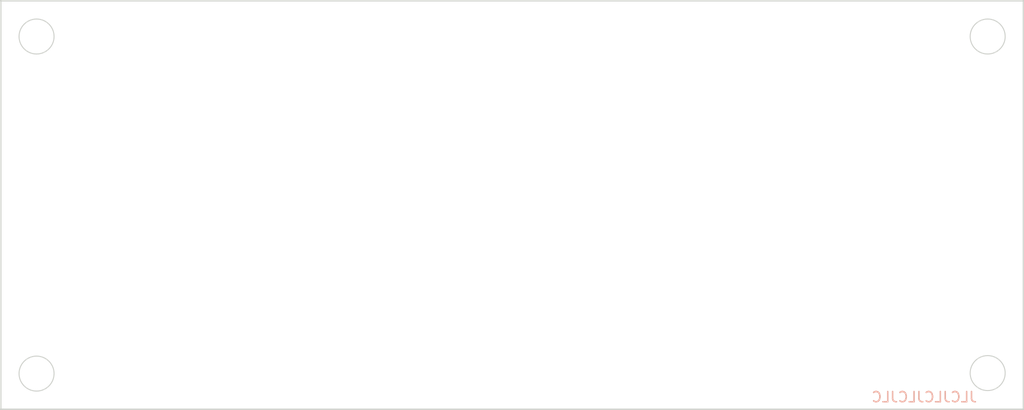
<source format=kicad_pcb>
(kicad_pcb (version 20211014) (generator pcbnew)

  (general
    (thickness 1.6)
  )

  (paper "A4")
  (layers
    (0 "F.Cu" signal)
    (31 "B.Cu" signal)
    (32 "B.Adhes" user "B.Adhesive")
    (33 "F.Adhes" user "F.Adhesive")
    (34 "B.Paste" user)
    (35 "F.Paste" user)
    (36 "B.SilkS" user "B.Silkscreen")
    (37 "F.SilkS" user "F.Silkscreen")
    (38 "B.Mask" user)
    (39 "F.Mask" user)
    (40 "Dwgs.User" user "User.Drawings")
    (41 "Cmts.User" user "User.Comments")
    (42 "Eco1.User" user "User.Eco1")
    (43 "Eco2.User" user "User.Eco2")
    (44 "Edge.Cuts" user)
    (45 "Margin" user)
    (46 "B.CrtYd" user "B.Courtyard")
    (47 "F.CrtYd" user "F.Courtyard")
    (48 "B.Fab" user)
    (49 "F.Fab" user)
    (50 "User.1" user)
    (51 "User.2" user)
    (52 "User.3" user)
    (53 "User.4" user)
    (54 "User.5" user)
    (55 "User.6" user)
    (56 "User.7" user)
    (57 "User.8" user)
    (58 "User.9" user)
  )

  (setup
    (pad_to_mask_clearance 0)
    (pcbplotparams
      (layerselection 0x00010fc_ffffffff)
      (disableapertmacros false)
      (usegerberextensions false)
      (usegerberattributes true)
      (usegerberadvancedattributes true)
      (creategerberjobfile true)
      (svguseinch false)
      (svgprecision 6)
      (excludeedgelayer true)
      (plotframeref false)
      (viasonmask false)
      (mode 1)
      (useauxorigin false)
      (hpglpennumber 1)
      (hpglpenspeed 20)
      (hpglpendiameter 15.000000)
      (dxfpolygonmode true)
      (dxfimperialunits true)
      (dxfusepcbnewfont true)
      (psnegative false)
      (psa4output false)
      (plotreference true)
      (plotvalue true)
      (plotinvisibletext false)
      (sketchpadsonfab false)
      (subtractmaskfromsilk false)
      (outputformat 1)
      (mirror false)
      (drillshape 0)
      (scaleselection 1)
      (outputdirectory "back_panel")
    )
  )

  (net 0 "")

  (gr_line (start 181.65 144.75) (end 81.65 144.75) (layer "Edge.Cuts") (width 0.15) (tstamp 4741c70c-a80d-492c-8ef1-ae8f707df09b))
  (gr_circle (center 178.15 108.25) (end 179.85 108.05) (layer "Edge.Cuts") (width 0.1) (fill none) (tstamp 5ba42875-9d00-47b4-afd8-fcd05636c058))
  (gr_circle (center 85.15 141.25) (end 86.85 141.05) (layer "Edge.Cuts") (width 0.1) (fill none) (tstamp 87c5a91a-6d6d-4436-941f-f902f73712a3))
  (gr_line (start 81.65 104.75) (end 181.65 104.75) (layer "Edge.Cuts") (width 0.15) (tstamp a0d946db-70cd-4f06-bac9-a39d386c4979))
  (gr_circle (center 85.15 108.25) (end 86.85 108.05) (layer "Edge.Cuts") (width 0.1) (fill none) (tstamp da4aaf10-19ff-4553-871a-f9efd75f1742))
  (gr_line (start 181.65 104.75) (end 181.65 144.75) (layer "Edge.Cuts") (width 0.15) (tstamp df1bfd07-f345-4276-a29f-75b983bb810b))
  (gr_circle (center 178.15 141.2) (end 179.85 141) (layer "Edge.Cuts") (width 0.1) (fill none) (tstamp f4799c6a-5da3-45f3-ac87-85b7c0183f2d))
  (gr_line (start 81.65 144.75) (end 81.65 104.75) (layer "Edge.Cuts") (width 0.15) (tstamp fe5c8ed3-6d2c-4b27-8757-fad194a56eb8))
  (gr_text "JLCJLCJLCJLC" (at 171.95 143.55) (layer "B.SilkS") (tstamp 08ed9e49-b01b-4150-a48e-076f20ce2c5f)
    (effects (font (size 1 1) (thickness 0.15)) (justify mirror))
  )

)

</source>
